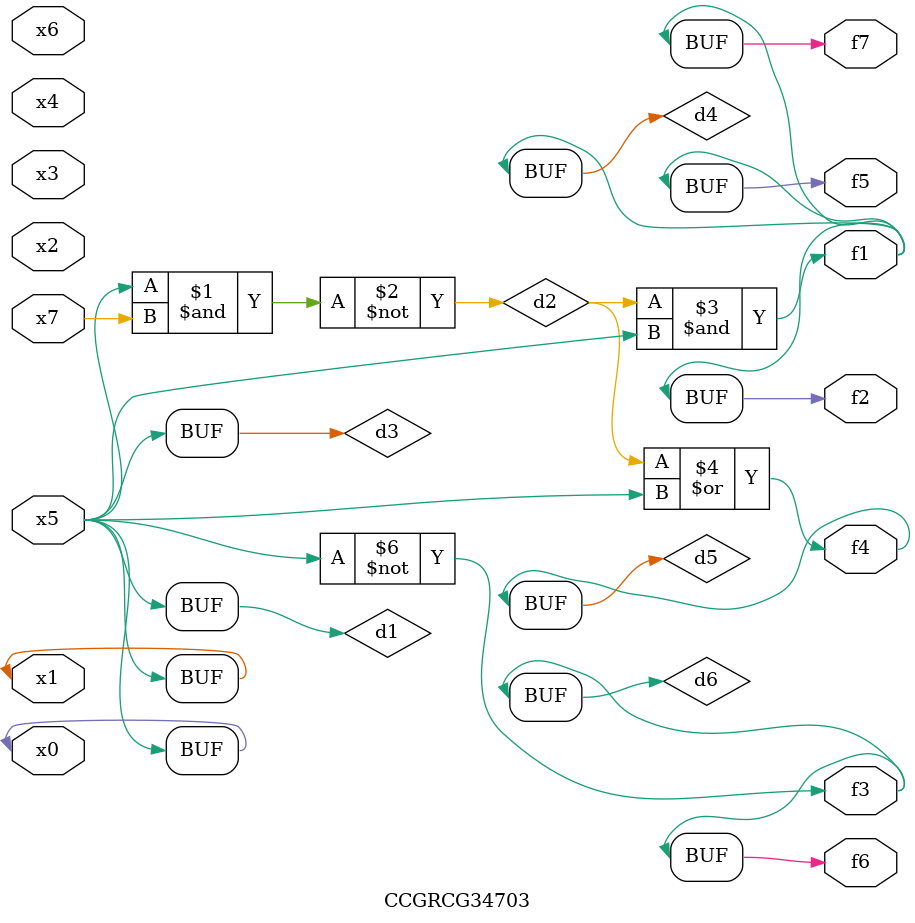
<source format=v>
module CCGRCG34703(
	input x0, x1, x2, x3, x4, x5, x6, x7,
	output f1, f2, f3, f4, f5, f6, f7
);

	wire d1, d2, d3, d4, d5, d6;

	buf (d1, x0, x5);
	nand (d2, x5, x7);
	buf (d3, x0, x1);
	and (d4, d2, d3);
	or (d5, d2, d3);
	nor (d6, d1, d3);
	assign f1 = d4;
	assign f2 = d4;
	assign f3 = d6;
	assign f4 = d5;
	assign f5 = d4;
	assign f6 = d6;
	assign f7 = d4;
endmodule

</source>
